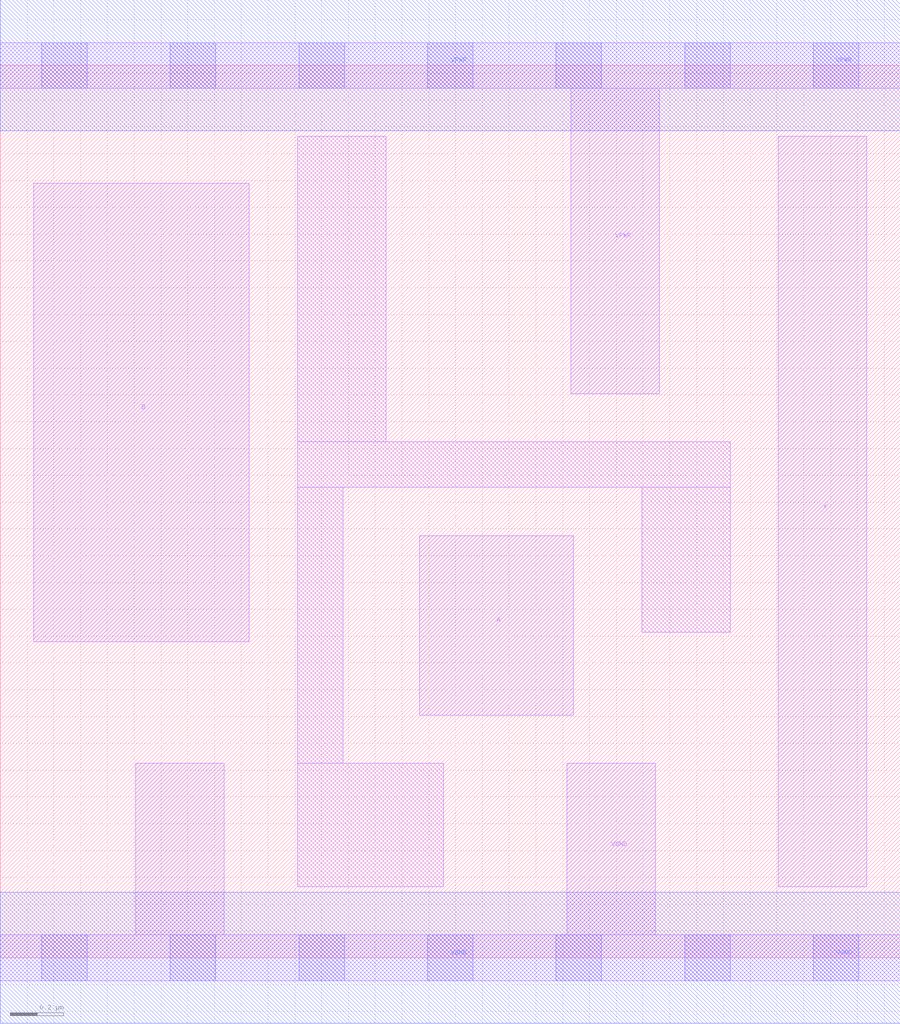
<source format=lef>
# Copyright 2020 The SkyWater PDK Authors
#
# Licensed under the Apache License, Version 2.0 (the "License");
# you may not use this file except in compliance with the License.
# You may obtain a copy of the License at
#
#     https://www.apache.org/licenses/LICENSE-2.0
#
# Unless required by applicable law or agreed to in writing, software
# distributed under the License is distributed on an "AS IS" BASIS,
# WITHOUT WARRANTIES OR CONDITIONS OF ANY KIND, either express or implied.
# See the License for the specific language governing permissions and
# limitations under the License.
#
# SPDX-License-Identifier: Apache-2.0

VERSION 5.7 ;
  NAMESCASESENSITIVE ON ;
  NOWIREEXTENSIONATPIN ON ;
  DIVIDERCHAR "/" ;
  BUSBITCHARS "[]" ;
UNITS
  DATABASE MICRONS 200 ;
END UNITS
MACRO sky130_fd_sc_lp__or2_lp2
  CLASS CORE ;
  SOURCE USER ;
  FOREIGN sky130_fd_sc_lp__or2_lp2 ;
  ORIGIN  0.000000  0.000000 ;
  SIZE  3.360000 BY  3.330000 ;
  SYMMETRY X Y R90 ;
  SITE unit ;
  PIN A
    ANTENNAGATEAREA  0.376000 ;
    DIRECTION INPUT ;
    USE SIGNAL ;
    PORT
      LAYER li1 ;
        RECT 1.565000 0.905000 2.140000 1.575000 ;
    END
  END A
  PIN B
    ANTENNAGATEAREA  0.376000 ;
    DIRECTION INPUT ;
    USE SIGNAL ;
    PORT
      LAYER li1 ;
        RECT 0.125000 1.180000 0.930000 2.890000 ;
    END
  END B
  PIN X
    ANTENNADIFFAREA  0.404700 ;
    DIRECTION OUTPUT ;
    USE SIGNAL ;
    PORT
      LAYER li1 ;
        RECT 2.905000 0.265000 3.235000 3.065000 ;
    END
  END X
  PIN VGND
    DIRECTION INOUT ;
    USE GROUND ;
    PORT
      LAYER li1 ;
        RECT 0.000000 -0.085000 3.360000 0.085000 ;
        RECT 0.505000  0.085000 0.835000 0.725000 ;
        RECT 2.115000  0.085000 2.445000 0.725000 ;
      LAYER mcon ;
        RECT 0.155000 -0.085000 0.325000 0.085000 ;
        RECT 0.635000 -0.085000 0.805000 0.085000 ;
        RECT 1.115000 -0.085000 1.285000 0.085000 ;
        RECT 1.595000 -0.085000 1.765000 0.085000 ;
        RECT 2.075000 -0.085000 2.245000 0.085000 ;
        RECT 2.555000 -0.085000 2.725000 0.085000 ;
        RECT 3.035000 -0.085000 3.205000 0.085000 ;
      LAYER met1 ;
        RECT 0.000000 -0.245000 3.360000 0.245000 ;
    END
  END VGND
  PIN VPWR
    DIRECTION INOUT ;
    USE POWER ;
    PORT
      LAYER li1 ;
        RECT 0.000000 3.245000 3.360000 3.415000 ;
        RECT 2.130000 2.105000 2.460000 3.245000 ;
      LAYER mcon ;
        RECT 0.155000 3.245000 0.325000 3.415000 ;
        RECT 0.635000 3.245000 0.805000 3.415000 ;
        RECT 1.115000 3.245000 1.285000 3.415000 ;
        RECT 1.595000 3.245000 1.765000 3.415000 ;
        RECT 2.075000 3.245000 2.245000 3.415000 ;
        RECT 2.555000 3.245000 2.725000 3.415000 ;
        RECT 3.035000 3.245000 3.205000 3.415000 ;
      LAYER met1 ;
        RECT 0.000000 3.085000 3.360000 3.575000 ;
    END
  END VPWR
  OBS
    LAYER li1 ;
      RECT 1.110000 0.265000 1.655000 0.725000 ;
      RECT 1.110000 0.725000 1.280000 1.755000 ;
      RECT 1.110000 1.755000 2.725000 1.925000 ;
      RECT 1.110000 1.925000 1.440000 3.065000 ;
      RECT 2.395000 1.215000 2.725000 1.755000 ;
  END
END sky130_fd_sc_lp__or2_lp2

</source>
